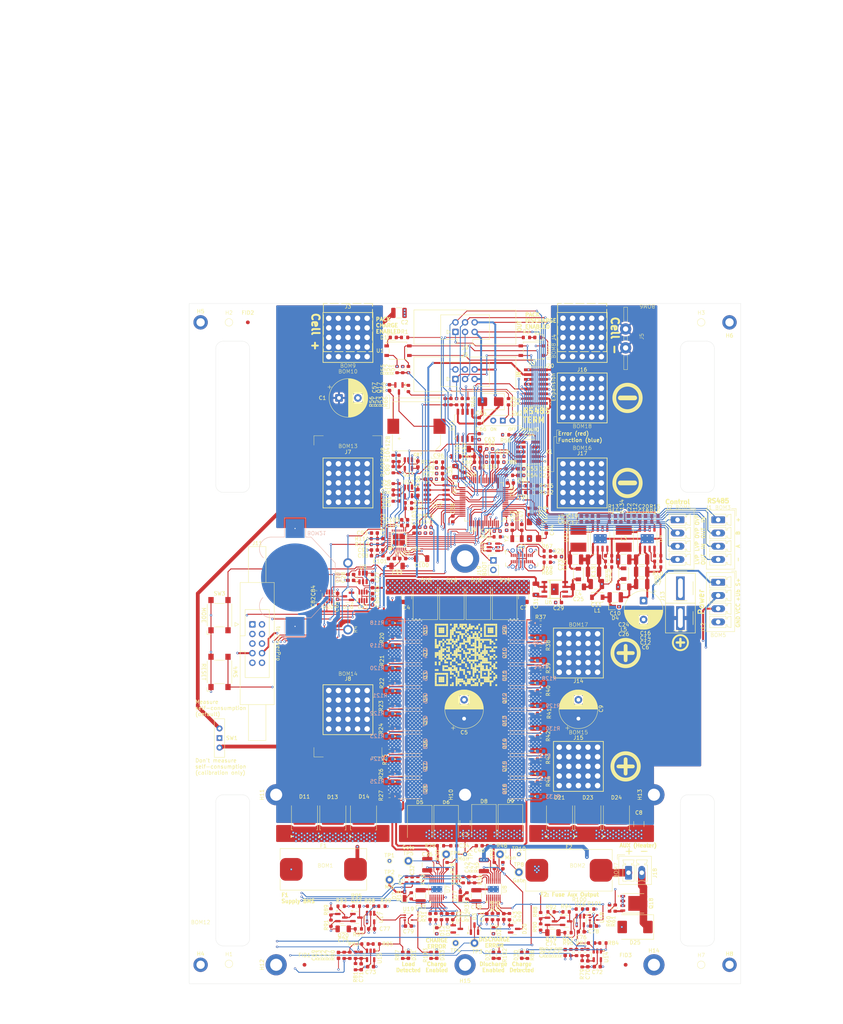
<source format=kicad_pcb>
(kicad_pcb
	(version 20241229)
	(generator "pcbnew")
	(generator_version "9.0")
	(general
		(thickness 1.74)
		(legacy_teardrops no)
	)
	(paper "A3" portrait)
	(layers
		(0 "F.Cu" signal)
		(4 "In1.Cu" signal)
		(6 "In2.Cu" signal)
		(8 "In3.Cu" signal)
		(10 "In4.Cu" signal)
		(2 "B.Cu" signal)
		(9 "F.Adhes" user "F.Adhesive")
		(11 "B.Adhes" user "B.Adhesive")
		(13 "F.Paste" user)
		(15 "B.Paste" user)
		(5 "F.SilkS" user "F.Silkscreen")
		(7 "B.SilkS" user "B.Silkscreen")
		(1 "F.Mask" user)
		(3 "B.Mask" user)
		(17 "Dwgs.User" user "User.Drawings")
		(19 "Cmts.User" user "User.Comments")
		(21 "Eco1.User" user "User.Eco1")
		(23 "Eco2.User" user "User.Eco2")
		(25 "Edge.Cuts" user)
		(27 "Margin" user)
		(31 "F.CrtYd" user "F.Courtyard")
		(29 "B.CrtYd" user "B.Courtyard")
		(35 "F.Fab" user)
		(33 "B.Fab" user)
		(39 "User.1" user)
		(41 "User.2" user "User.2 -Bemaßung")
		(43 "User.3" user "User.3 - Heatsink")
		(45 "User.4" user)
		(47 "User.5" user)
		(49 "User.6" user)
		(51 "User.7" user)
		(53 "User.8" user)
		(55 "User.9" user)
	)
	(setup
		(stackup
			(layer "F.SilkS"
				(type "Top Silk Screen")
			)
			(layer "F.Paste"
				(type "Top Solder Paste")
			)
			(layer "F.Mask"
				(type "Top Solder Mask")
				(color "Red")
				(thickness 0.01)
			)
			(layer "F.Cu"
				(type "copper")
				(thickness 0.07)
			)
			(layer "dielectric 1"
				(type "prepreg")
				(thickness 0.1)
				(material "FR4")
				(epsilon_r 4.5)
				(loss_tangent 0.02)
			)
			(layer "In1.Cu"
				(type "copper")
				(thickness 0.07)
			)
			(layer "dielectric 2"
				(type "core")
				(thickness 0.535)
				(material "FR4")
				(epsilon_r 4.5)
				(loss_tangent 0.02)
			)
			(layer "In2.Cu"
				(type "copper")
				(thickness 0.07)
			)
			(layer "dielectric 3"
				(type "prepreg")
				(thickness 0.1)
				(material "FR4")
				(epsilon_r 4.5)
				(loss_tangent 0.02)
			)
			(layer "In3.Cu"
				(type "copper")
				(thickness 0.035)
			)
			(layer "dielectric 4"
				(type "core")
				(thickness 0.535)
				(material "FR4")
				(epsilon_r 4.5)
				(loss_tangent 0.02)
			)
			(layer "In4.Cu"
				(type "copper")
				(thickness 0.035)
			)
			(layer "dielectric 5"
				(type "prepreg")
				(thickness 0.1)
				(material "FR4")
				(epsilon_r 4.5)
				(loss_tangent 0.02)
			)
			(layer "B.Cu"
				(type "copper")
				(thickness 0.07)
			)
			(layer "B.Mask"
				(type "Bottom Solder Mask")
				(thickness 0.01)
			)
			(layer "B.Paste"
				(type "Bottom Solder Paste")
			)
			(layer "B.SilkS"
				(type "Bottom Silk Screen")
			)
			(copper_finish "None")
			(dielectric_constraints no)
		)
		(pad_to_mask_clearance 0)
		(allow_soldermask_bridges_in_footprints no)
		(tenting front back)
		(aux_axis_origin 100 120)
		(grid_origin 173 120)
		(pcbplotparams
			(layerselection 0x00000000_00000000_55555555_5755f5ff)
			(plot_on_all_layers_selection 0x00000000_00000000_00000000_00000000)
			(disableapertmacros no)
			(usegerberextensions no)
			(usegerberattributes yes)
			(usegerberadvancedattributes yes)
			(creategerberjobfile yes)
			(dashed_line_dash_ratio 12.000000)
			(dashed_line_gap_ratio 3.000000)
			(svgprecision 4)
			(plotframeref no)
			(mode 1)
			(useauxorigin no)
			(hpglpennumber 1)
			(hpglpenspeed 20)
			(hpglpendiameter 15.000000)
			(pdf_front_fp_property_popups yes)
			(pdf_back_fp_property_popups yes)
			(pdf_metadata yes)
			(pdf_single_document no)
			(dxfpolygonmode yes)
			(dxfimperialunits yes)
			(dxfusepcbnewfont yes)
			(psnegative no)
			(psa4output no)
			(plot_black_and_white yes)
			(sketchpadsonfab no)
			(plotpadnumbers no)
			(hidednponfab no)
			(sketchdnponfab yes)
			(crossoutdnponfab yes)
			(subtractmaskfromsilk no)
			(outputformat 1)
			(mirror no)
			(drillshape 1)
			(scaleselection 1)
			(outputdirectory "")
		)
	)
	(net 0 "")
	(net 1 "Net-(D1-K)")
	(net 2 "GND")
	(net 3 "Net-(D2-K)")
	(net 4 "VCC")
	(net 5 "Net-(D1-A)")
	(net 6 "BAT+CONTROLED")
	(net 7 "Net-(D4-K)")
	(net 8 "5V5")
	(net 9 "Net-(U3-VIN)")
	(net 10 "5V0")
	(net 11 "VREF")
	(net 12 "BAT+MEASURED")
	(net 13 "Net-(U3-BST)")
	(net 14 "/analog_measurement/Shunt_A")
	(net 15 "/analog_measurement/Shunt_B")
	(net 16 "ISENSE_FAST+")
	(net 17 "Net-(Q4-G)")
	(net 18 "/analog_measurement/ISENSE_PREZ+")
	(net 19 "Net-(Q5-G)")
	(net 20 "Net-(Q6-G)")
	(net 21 "Net-(Q7-G)")
	(net 22 "Net-(Q8-G)")
	(net 23 "Net-(U3-SW)")
	(net 24 "Net-(C19-Pad1)")
	(net 25 "Net-(U3-FB)")
	(net 26 "Net-(C20-Pad1)")
	(net 27 "Net-(C21-Pad2)")
	(net 28 "/analog_measurement/ISENSE_PREZ-")
	(net 29 "ISENSE_FAST-")
	(net 30 "USENSE+_BUF")
	(net 31 "USENSE_SHUNT_BUF")
	(net 32 "USENSE-_BUF")
	(net 33 "USENSE_SHUNT_BUF-")
	(net 34 "/analog_measurement/ISENSE+")
	(net 35 "/OVP_IN")
	(net 36 "/analog_measurement/ISENSE-")
	(net 37 "SPI1_MOSI")
	(net 38 "/LVP_IN")
	(net 39 "/OVP_OUT")
	(net 40 "/LVP_OUT")
	(net 41 "Net-(Q1-G)")
	(net 42 "Net-(Q2-G)")
	(net 43 "Net-(Q3-G)")
	(net 44 "/greenMeter/CHARGE_ENABLED")
	(net 45 "/greenMeter/DISCHARGE_ENABLED")
	(net 46 "/greenMeter/AUX_EN")
	(net 47 "ADC_START")
	(net 48 "SPI1_MISO")
	(net 49 "/greenMeter/SWCLK")
	(net 50 "/switchControl/CHG_DETECTED")
	(net 51 "Net-(C22-Pad2)")
	(net 52 "/switchControl/LOAD_DETECTED")
	(net 53 "Net-(U5-FILTER)")
	(net 54 "ADC_DRDY")
	(net 55 "ADC_RESET")
	(net 56 "/greenMeter/SWDIO")
	(net 57 "/CHARGE_CONTROL")
	(net 58 "Net-(U6-SS)")
	(net 59 "Net-(C34-Pad1)")
	(net 60 "Net-(Q13-G)")
	(net 61 "Net-(Q14-G)")
	(net 62 "Net-(Q15-G)")
	(net 63 "Net-(Q16-G)")
	(net 64 "/BUS_+5V")
	(net 65 "Net-(C40-Pad1)")
	(net 66 "Net-(U4-BST)")
	(net 67 "Net-(U4-SW)")
	(net 68 "Net-(U4-FB)")
	(net 69 "Net-(U7-SNS-)")
	(net 70 "Net-(U7-TIMER)")
	(net 71 "Net-(U8-SNS-)")
	(net 72 "Net-(U8-TIMER)")
	(net 73 "Net-(Q20-C)")
	(net 74 "Net-(Q21-C)")
	(net 75 "Net-(D2-A)")
	(net 76 "/BUS_GND")
	(net 77 "/BUS_B")
	(net 78 "Net-(D7-K)")
	(net 79 "unconnected-(D10-NC-Pad2)")
	(net 80 "Net-(D12-K)")
	(net 81 "/BUS_A")
	(net 82 "/chargeControl/vcc_int")
	(net 83 "/dischargeControl/vcc_int")
	(net 84 "Net-(D17-K)")
	(net 85 "unconnected-(D20-NC-Pad2)")
	(net 86 "Net-(Q9-G)")
	(net 87 "Net-(Q10-G)")
	(net 88 "Net-(Q11-G)")
	(net 89 "Net-(Q12-G)")
	(net 90 "Net-(U4-EN{slash}UVLO)")
	(net 91 "Net-(D22-K)")
	(net 92 "Net-(U4-RON)")
	(net 93 "Net-(D26-A)")
	(net 94 "Net-(U7-TGDN)")
	(net 95 "Net-(U7-ISET)")
	(net 96 "Net-(U7-TGUP)")
	(net 97 "Net-(U7-VCCUV)")
	(net 98 "Net-(U8-TGDN)")
	(net 99 "Net-(U8-ISET)")
	(net 100 "Net-(U8-TGUP)")
	(net 101 "Net-(U8-VCCUV)")
	(net 102 "Net-(D27-A)")
	(net 103 "Net-(D29-A)")
	(net 104 "Net-(D30-A)")
	(net 105 "Net-(D31-A)")
	(net 106 "Net-(SW1-B)")
	(net 107 "Net-(U7-IMON)")
	(net 108 "Net-(U8-IMON)")
	(net 109 "unconnected-(H4-Pad1)")
	(net 110 "unconnected-(H6-Pad1)")
	(net 111 "unconnected-(H8-Pad1)")
	(net 112 "/LOAD_CONTROL")
	(net 113 "/chargeControl/BST")
	(net 114 "/dischargeControl/BST")
	(net 115 "/U_SENSE+")
	(net 116 "/greenMeter/LVP_SENSE_DIV")
	(net 117 "/greenMeter/OVP_SENSE_DIV")
	(net 118 "/B+Terminal")
	(net 119 "Net-(Q17-B)")
	(net 120 "Net-(BZ1--)")
	(net 121 "/greenMeter/Buzzer")
	(net 122 "/chargeControl/~{Fault}")
	(net 123 "/dischargeControl/~{Fault}")
	(net 124 "Net-(SW2-B)")
	(net 125 "Net-(U3-EN{slash}UVLO)")
	(net 126 "Net-(U3-RON)")
	(net 127 "unconnected-(SW2-A-Pad3)")
	(net 128 "unconnected-(H5-Pad1)")
	(net 129 "unconnected-(H9-Pad1)")
	(net 130 "~{OC_FAULT}")
	(net 131 "/p_good{slash}reset")
	(net 132 "Net-(U7-VIN)")
	(net 133 "Net-(U8-VIN)")
	(net 134 "Net-(BT1-+)")
	(net 135 "/greenMeter/BTN_MODE")
	(net 136 "Net-(D32-A)")
	(net 137 "SWITCH_IN")
	(net 138 "/greenMeter/FDCAN3_RX")
	(net 139 "/greenMeter/I2C4_SDA")
	(net 140 "/greenMeter/I2C4_SCL")
	(net 141 "/greenMeter/FDCAN2_TX")
	(net 142 "/greenMeter/RS485_R_USART1")
	(net 143 "/greenMeter/ADC3_IN5_RESERVED")
	(net 144 "/greenMeter/FDCAN2_RX")
	(net 145 "/greenMeter/FDCAN3_TX")
	(net 146 "/greenMeter/RS485_D_USART1")
	(net 147 "/greenMeter/D+")
	(net 148 "/greenMeter/D-")
	(net 149 "Net-(Q19-B)")
	(net 150 "Net-(Q19-C)")
	(net 151 "ADC_CS")
	(net 152 "SPI1_SCK")
	(net 153 "/greenMeter/I2C3_SDA")
	(net 154 "/greenMeter/I2C3_SCL")
	(net 155 "Net-(U9-PF0)")
	(net 156 "Net-(C45-Pad2)")
	(net 157 "Net-(U9-PC14)")
	(net 158 "Net-(U9-PC15)")
	(net 159 "/greenMeter/RS485_R_USART2")
	(net 160 "/greenMeter/RS485_D_USART2")
	(net 161 "/greenMeter/R1")
	(net 162 "COM")
	(net 163 "/greenMeter/R2")
	(net 164 "Net-(U9-VDDA)")
	(net 165 "Net-(U10-V_{OUT})")
	(net 166 "Net-(U14-+)")
	(net 167 "Net-(U15-+)")
	(net 168 "Net-(U14--)")
	(net 169 "Net-(U15--)")
	(net 170 "Net-(U16-+)")
	(net 171 "Net-(U17-+)")
	(net 172 "Net-(U23-+IN)")
	(net 173 "Net-(U22-+IN)")
	(net 174 "Net-(U24-REFOUT)")
	(net 175 "Net-(U24-CAPN)")
	(net 176 "Net-(U24-CAPP)")
	(net 177 "Net-(U24-BYPASS)")
	(net 178 "Net-(D25-A1)")
	(net 179 "Net-(D33-A)")
	(net 180 "Net-(J18-2)")
	(net 181 "Net-(R134-Pad1)")
	(net 182 "Net-(J19-Pin_1)")
	(net 183 "unconnected-(J21-TX2--PadB3)")
	(net 184 "unconnected-(J21-SHIELD-PadS1)")
	(net 185 "unconnected-(J21-SBU2-PadB8)")
	(net 186 "PS_IN")
	(net 187 "unconnected-(J21-SHIELD-PadS1)_1")
	(net 188 "Net-(J21-CC1)")
	(net 189 "Net-(U13-VP)")
	(net 190 "unconnected-(J21-RX2--PadA10)")
	(net 191 "unconnected-(J21-TX1--PadA3)")
	(net 192 "Net-(J21-CC2)")
	(net 193 "unconnected-(J21-SHIELD-PadS1)_2")
	(net 194 "unconnected-(J21-TX1+-PadA2)")
	(net 195 "unconnected-(J21-TX2+-PadB2)")
	(net 196 "unconnected-(J21-RX2+-PadA11)")
	(net 197 "unconnected-(J21-RX1--PadB10)")
	(net 198 "unconnected-(J21-RX1+-PadB11)")
	(net 199 "unconnected-(J21-SHIELD-PadS1)_3")
	(net 200 "unconnected-(J21-SBU1-PadA8)")
	(net 201 "Net-(Q18-G)")
	(net 202 "Net-(Q20-B)")
	(net 203 "Net-(Q22-C)")
	(net 204 "Net-(U9-PF1)")
	(net 205 "Net-(U9-PA5)")
	(net 206 "Net-(U9-PA4)")
	(net 207 "Net-(U11-A)")
	(net 208 "Net-(U11-B)")
	(net 209 "Net-(R82-Pad1)")
	(net 210 "Net-(R83-Pad1)")
	(net 211 "Net-(U17--)")
	(net 212 "Net-(U16--)")
	(net 213 "Net-(U22--IN)")
	(net 214 "Net-(U23--IN)")
	(net 215 "unconnected-(U9-PB2-Pad26)")
	(net 216 "unconnected-(U9-PB0-Pad24)")
	(net 217 "Net-(U16-Pad1)")
	(net 218 "Net-(U17-Pad1)")
	(net 219 "unconnected-(U24-NC-7-Pad25)")
	(net 220 "unconnected-(U24-NC-6-Pad24)")
	(net 221 "unconnected-(U24-NC-8-Pad26)")
	(net 222 "unconnected-(U24-NC-3-Pad21)")
	(net 223 "unconnected-(U24-NC-4-Pad22)")
	(net 224 "unconnected-(U24-NC-9-Pad27)")
	(net 225 "unconnected-(U24-NC-2-Pad20)")
	(net 226 "unconnected-(U24-NC-1-Pad19)")
	(net 227 "unconnected-(U24-NC-5-Pad23)")
	(net 228 "Net-(Q23-G)")
	(net 229 "Net-(Q24-G)")
	(net 230 "Net-(Q25-G)")
	(net 231 "Net-(Q26-G)")
	(net 232 "Net-(Q27-G)")
	(net 233 "Net-(Q28-G)")
	(net 234 "Net-(Q29-G)")
	(net 235 "Net-(Q30-G)")
	(net 236 "Net-(Q31-G)")
	(net 237 "Net-(Q32-G)")
	(net 238 "Net-(Q33-G)")
	(net 239 "Net-(Q34-G)")
	(net 240 "Net-(Q35-G)")
	(net 241 "Net-(Q36-G)")
	(net 242 "Net-(Q37-G)")
	(net 243 "Net-(Q38-G)")
	(footprint "TestPoint:TestPoint_THTPad_D2.0mm_Drill1.0mm" (layer "F.Cu") (at 168 265.75))
	(footprint "Inductor_SMD:L_0805_2012Metric" (layer "F.Cu") (at 170.5 160.5 180))
	(footprint "Resistor_SMD:R_0603_1608Metric" (layer "F.Cu") (at 195.75 281 180))
	(footprint "Connector_PinHeader_1.27mm:PinHeader_2x08_P1.27mm_Vertical_SMD" (layer "F.Cu") (at 191.75 142 180))
	(footprint "Connector_PinHeader_1.27mm:PinHeader_2x05_P1.27mm_Vertical_SMD" (layer "F.Cu") (at 189.75 159.25 180))
	(footprint "Capacitor_SMD:C_0603_1608Metric" (layer "F.Cu") (at 176.25 162 180))
	(footprint "Capacitor_SMD:C_1210_3225Metric" (layer "F.Cu") (at 163 268.525 -90))
	(footprint "Resistor_SMD:R_0603_1608Metric" (layer "F.Cu") (at 145.5 292.5 90))
	(footprint "Resistor_SMD:R_0603_1608Metric" (layer "F.Cu") (at 155.5 168.5 -90))
	(footprint "Resistor_SMD:R_0603_1608Metric" (layer "F.Cu") (at 191.25 170 180))
	(footprint "Resistor_SMD:R_0603_1608Metric" (layer "F.Cu") (at 203.25 280.25))
	(footprint "TestPoint:TestPoint_THTPad_D2.0mm_Drill1.0mm" (layer "F.Cu") (at 158 267.5))
	(footprint "Capacitor_SMD:C_0603_1608Metric" (layer "F.Cu") (at 176.25 163.5 180))
	(footprint "Button_Switch_SMD:SW_SPST_Omron_B3FS-100xP" (layer "F.Cu") (at 108 217.5 90))
	(footprint "MountingHole:MountingHole_3.2mm_M3_DIN965_Pad" (layer "F.Cu") (at 173 250 90))
	(footprint "Resistor_SMD:R_0603_1608Metric" (layer "F.Cu") (at 193 228.5 180))
	(footprint "myConnector:IDC-Header_2x05_P2.54mm_Latch9.5mm_Vertical" (layer "F.Cu") (at 116.71 204.92))
	(footprint "Capacitor_SMD:C_0603_1608Metric" (layer "F.Cu") (at 188 179.25 -90))
	(footprint "Resistor_SMD:R_0603_1608Metric" (layer "F.Cu") (at 149 182.25))
	(footprint "Diode_SMD:D_SMC" (layer "F.Cu") (at 176.5 198.75 90))
	(footprint "Package_TO_SOT_SMD:TO-252-2" (layer "F.Cu") (at 213.0725 256 90))
	(footprint "Capacitor_SMD:C_0603_1608Metric" (layer "F.Cu") (at 153.5 187.5))
	(footprint "Resistor_SMD:R_0603_1608Metric" (layer "F.Cu") (at 144 295.5 90))
	(footprint "Capacitor_SMD:C_0603_1608Metric" (layer "F.Cu") (at 176.75 151 90))
	(footprint "Package_SO:SOIC-8_5.3x5.3mm_P1.27mm" (layer "F.Cu") (at 173 152.25 90))
	(footprint "myBOM:BOM_PART_2x2mm"
		(layer "F.Cu")
		(uuid "17b3d627-b0e4-4261-be78-514d3165c3de")
		(at 204 129.25)
		(property "Reference" "BOM11"
			(at -8.75 3.25 90)
			(unlocked yes)
			(layer "F.SilkS")
			(uuid "98c85c26-d25e-48a2-9272-1eef6db64e9d")
			(effects
				(font
					(size 1 1)
					(thickness 0.1)
				)
			)
		)
		(property "Value" "Schnorrscheibe M6"
			(at 0 1 0)
			(unlocked yes)
			(layer "F.Fab")
			(uuid "29e986c3-780f-455b-93fd-5c4fd157d6a2")
			(effects
				(font
					(size 1 1)
					(thickness 0.15)
				)
			)
		)
		(property "Datasheet" ""
			(at 0 0 0)
			(unlocked yes)
			(layer "F.Fab")
			(hide yes)
			(uuid "ee76af62-82d5-4e1d-ab71-75de3f47d242")
			(effects
				(font
					(size 1 1)
					(thickness 0.15)
				)
			)
		)
		(property "Description" "SCHNORR SICHERUNGSSCHEIBEN FORM S (Standard) S6 A2"
			(at 0 0 0)
			(unlocked yes)
			(layer "F.Fab")
			(hide yes)
			(uuid "4e8268bf-1db8-45b2-9f52-ba12d606a835")
			(effects
				(font
					(size 1 1)
					(thickness 0.15)
				)
			)
		)
		(property "HAN" "417 900"
			(at 0 0 0)
			(unlocked yes)
			(layer "F.Fab")
			(hide yes)
			(uuid "eba83bac-67ec-472d-8aaa-3b6df5b3786c")
			(effects
				(font
					(size 1 1)
					(thickness 0.15)
				)
			)
		)
		(property "ECS Art#" "M414"
			(at 0 0 0)
			(unlocked yes)
			(layer "F.Fab")
			(hide yes)
			(uuid "0169ddce-fb1b-4a1e-816d-25b8a23b2eb6")
			(effects
				(font
					(size 1 1)
					(thickness 0.15)
				)
			)
		)
		(property "Hersteller" "Schnorr"
			(at 0 0 0)
			(unlocked yes)
			(layer "F.Fab")
			(hide yes)
			(uuid "2c74ec95-d905-4d71-99e5-3c380da7a30a")
			(effects
				(font
					(size 1 1)
					(thickness 0.15)
				)
			)
		)
		(property "Voltage" ""
			(at 0 0 0)
			(unlocked yes)
			(layer "F.Fab")
			(hide yes)
			(uuid "cfb6284a-82aa-4850-a49b-9c3c9696b62d")
			(effects
				(font
					(size 1 1)
					(thickness 0.15)
				)
			)
		)
		(property "Toleranz" ""
			(at 0 0 0)
			(unlocked yes)
			(layer "F.Fab")
			(hide yes)
			(uuid "bf46c0d9-cc84-4aa1-9a51-43f3eb8074d7")
			(effects
				(font
					(size 1 1)
					(thickness 0.15)
				)
			)
		)
		(path "/4875905e-d35e-4049-a6aa-c7869d81fd32/42794795-c5ab-4dbf-b5e7-f92d0b23f75f")
		(sheetname "/bom-parts/")
		(sheetfile "bom_parts.kicad_sch")
		(fp_line
			(start -0.5 0)
			(end 0.5 0)
			(stroke
				(width 0.1)
				(type default)
			)
			(layer "F.Fab")
			(uuid "b872d448-68c2-4df7-8682-bc8c60bfcf4b")
		)
		(fp_line
			(start 0 -0
... [5187879 chars truncated]
</source>
